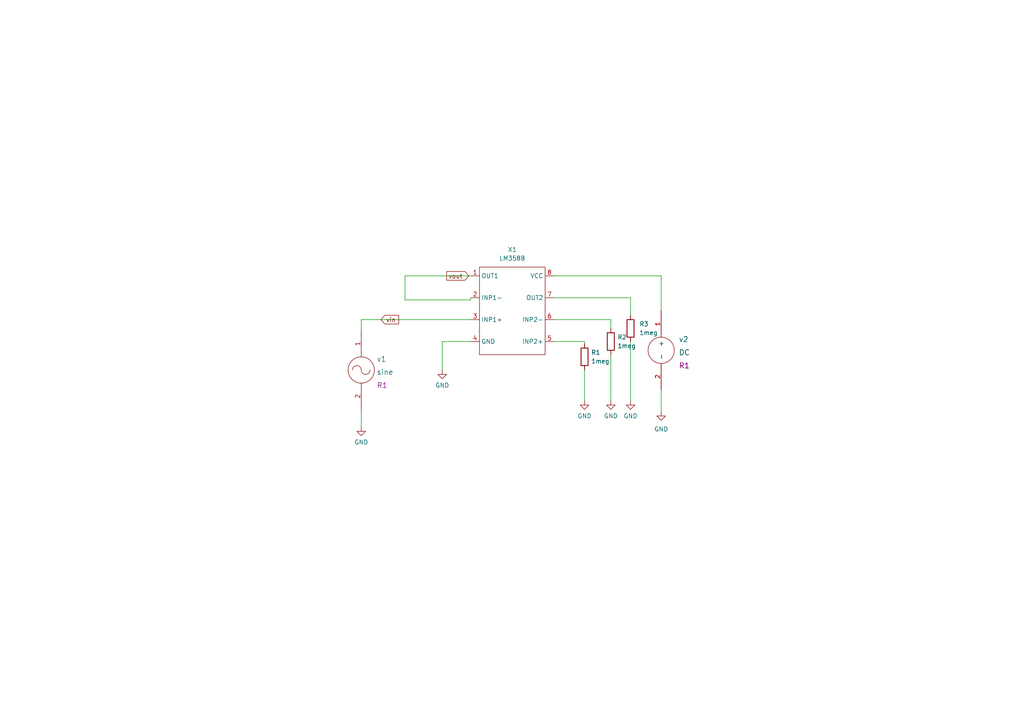
<source format=kicad_sch>
(kicad_sch (version 20211123) (generator eeschema)

  (uuid 1c9cc9a2-4262-4ab6-a8d3-0d5a1b652865)

  (paper "A4")

  (lib_symbols
    (symbol "eSim_Devices:resistor" (pin_numbers hide) (pin_names (offset 0)) (in_bom yes) (on_board yes)
      (property "Reference" "R" (id 0) (at 1.27 3.302 0)
        (effects (font (size 1.27 1.27)))
      )
      (property "Value" "resistor" (id 1) (at 1.27 -1.27 0)
        (effects (font (size 1.27 1.27)))
      )
      (property "Footprint" "" (id 2) (at 1.27 -0.508 0)
        (effects (font (size 0.762 0.762)))
      )
      (property "Datasheet" "" (id 3) (at 1.27 1.27 90)
        (effects (font (size 0.762 0.762)))
      )
      (property "ki_fp_filters" "R_* Resistor_*" (id 4) (at 0 0 0)
        (effects (font (size 1.27 1.27)) hide)
      )
      (symbol "resistor_0_1"
        (rectangle (start 3.81 0.254) (end -1.27 2.286)
          (stroke (width 0.254) (type default) (color 0 0 0 0))
          (fill (type none))
        )
      )
      (symbol "resistor_1_1"
        (pin passive line (at -2.54 1.27 0) (length 1.27)
          (name "~" (effects (font (size 1.524 1.524))))
          (number "1" (effects (font (size 1.524 1.524))))
        )
        (pin passive line (at 5.08 1.27 180) (length 1.27)
          (name "~" (effects (font (size 1.524 1.524))))
          (number "2" (effects (font (size 1.524 1.524))))
        )
      )
    )
    (symbol "eSim_Power:eSim_GND" (power) (pin_names (offset 0)) (in_bom yes) (on_board yes)
      (property "Reference" "#PWR" (id 0) (at 0 -6.35 0)
        (effects (font (size 1.27 1.27)) hide)
      )
      (property "Value" "eSim_GND" (id 1) (at 0 -3.81 0)
        (effects (font (size 1.27 1.27)))
      )
      (property "Footprint" "" (id 2) (at 0 0 0)
        (effects (font (size 1.27 1.27)) hide)
      )
      (property "Datasheet" "" (id 3) (at 0 0 0)
        (effects (font (size 1.27 1.27)) hide)
      )
      (symbol "eSim_GND_0_1"
        (polyline
          (pts
            (xy 0 0)
            (xy 0 -1.27)
            (xy 1.27 -1.27)
            (xy 0 -2.54)
            (xy -1.27 -1.27)
            (xy 0 -1.27)
          )
          (stroke (width 0) (type default) (color 0 0 0 0))
          (fill (type none))
        )
      )
      (symbol "eSim_GND_1_1"
        (pin power_in line (at 0 0 270) (length 0) hide
          (name "GND" (effects (font (size 1.27 1.27))))
          (number "1" (effects (font (size 1.27 1.27))))
        )
      )
    )
    (symbol "eSim_Sources:DC" (pin_names (offset 1.016)) (in_bom yes) (on_board yes)
      (property "Reference" "v" (id 0) (at -5.08 2.54 0)
        (effects (font (size 1.524 1.524)))
      )
      (property "Value" "DC" (id 1) (at -5.08 -1.27 0)
        (effects (font (size 1.524 1.524)))
      )
      (property "Footprint" "R1" (id 2) (at -7.62 0 0)
        (effects (font (size 1.524 1.524)))
      )
      (property "Datasheet" "" (id 3) (at 0 0 0)
        (effects (font (size 1.524 1.524)))
      )
      (property "ki_fp_filters" "1_pin" (id 4) (at 0 0 0)
        (effects (font (size 1.27 1.27)) hide)
      )
      (symbol "DC_0_1"
        (circle (center 0 0) (radius 3.81)
          (stroke (width 0) (type default) (color 0 0 0 0))
          (fill (type none))
        )
      )
      (symbol "DC_1_1"
        (pin power_out line (at 0 11.43 270) (length 7.62)
          (name "+" (effects (font (size 1.27 1.27))))
          (number "1" (effects (font (size 1.27 1.27))))
        )
        (pin power_out line (at 0 -11.43 90) (length 7.62)
          (name "-" (effects (font (size 1.27 1.27))))
          (number "2" (effects (font (size 1.27 1.27))))
        )
      )
    )
    (symbol "eSim_Sources:sine" (pin_names (offset 1.016)) (in_bom yes) (on_board yes)
      (property "Reference" "v" (id 0) (at -5.08 2.54 0)
        (effects (font (size 1.524 1.524)))
      )
      (property "Value" "sine" (id 1) (at -5.08 -1.27 0)
        (effects (font (size 1.524 1.524)))
      )
      (property "Footprint" "R1" (id 2) (at -7.62 0 0)
        (effects (font (size 1.524 1.524)))
      )
      (property "Datasheet" "" (id 3) (at 0 0 0)
        (effects (font (size 1.524 1.524)))
      )
      (property "ki_fp_filters" "1_pin" (id 4) (at 0 0 0)
        (effects (font (size 1.27 1.27)) hide)
      )
      (symbol "sine_0_1"
        (arc (start 0 0) (mid -1.27 1.27) (end -2.54 0)
          (stroke (width 0) (type default) (color 0 0 0 0))
          (fill (type none))
        )
        (arc (start 0 0) (mid 1.27 -1.27) (end 2.54 0)
          (stroke (width 0) (type default) (color 0 0 0 0))
          (fill (type none))
        )
        (circle (center 0 0) (radius 3.81)
          (stroke (width 0) (type default) (color 0 0 0 0))
          (fill (type none))
        )
      )
      (symbol "sine_1_1"
        (pin input line (at 0 11.43 270) (length 7.62)
          (name "+" (effects (font (size 0 0))))
          (number "1" (effects (font (size 1.27 1.27))))
        )
        (pin input line (at 0 -11.43 90) (length 7.62)
          (name "-" (effects (font (size 0 0))))
          (number "2" (effects (font (size 1.27 1.27))))
        )
      )
    )
    (symbol "eSim_Subckt:LM358B" (in_bom yes) (on_board yes)
      (property "Reference" "X" (id 0) (at 0 -1.27 0)
        (effects (font (size 1.27 1.27)))
      )
      (property "Value" "LM358B" (id 1) (at 0 2.54 0)
        (effects (font (size 1.27 1.27)))
      )
      (property "Footprint" "" (id 2) (at 0 0 0)
        (effects (font (size 1.27 1.27)) hide)
      )
      (property "Datasheet" "" (id 3) (at 0 0 0)
        (effects (font (size 1.27 1.27)) hide)
      )
      (symbol "LM358B_0_1"
        (rectangle (start -8.89 8.89) (end 10.16 -16.51)
          (stroke (width 0) (type default) (color 0 0 0 0))
          (fill (type none))
        )
      )
      (symbol "LM358B_1_1"
        (pin output line (at -11.43 6.35 0) (length 2.54)
          (name "OUT1" (effects (font (size 1.27 1.27))))
          (number "1" (effects (font (size 1.27 1.27))))
        )
        (pin passive line (at -11.43 0 0) (length 2.54)
          (name "INP1-" (effects (font (size 1.27 1.27))))
          (number "2" (effects (font (size 1.27 1.27))))
        )
        (pin passive line (at -11.43 -6.35 0) (length 2.54)
          (name "INP1+" (effects (font (size 1.27 1.27))))
          (number "3" (effects (font (size 1.27 1.27))))
        )
        (pin power_in line (at -11.43 -12.7 0) (length 2.54)
          (name "GND" (effects (font (size 1.27 1.27))))
          (number "4" (effects (font (size 1.27 1.27))))
        )
        (pin passive line (at 12.7 -12.7 180) (length 2.54)
          (name "INP2+" (effects (font (size 1.27 1.27))))
          (number "5" (effects (font (size 1.27 1.27))))
        )
        (pin passive line (at 12.7 -6.35 180) (length 2.54)
          (name "INP2-" (effects (font (size 1.27 1.27))))
          (number "6" (effects (font (size 1.27 1.27))))
        )
        (pin output line (at 12.7 0 180) (length 2.54)
          (name "OUT2" (effects (font (size 1.27 1.27))))
          (number "7" (effects (font (size 1.27 1.27))))
        )
        (pin power_in line (at 12.7 6.35 180) (length 2.54)
          (name "VCC" (effects (font (size 1.27 1.27))))
          (number "8" (effects (font (size 1.27 1.27))))
        )
      )
    )
  )


  (wire (pts (xy 104.775 92.71) (xy 136.525 92.71))
    (stroke (width 0) (type default) (color 0 0 0 0))
    (uuid 2d2c2751-6acc-4977-a6b3-27db5fd487da)
  )
  (wire (pts (xy 104.775 92.71) (xy 104.775 95.885))
    (stroke (width 0) (type default) (color 0 0 0 0))
    (uuid 3019c700-b1f1-4bf5-b405-4567157a4b9c)
  )
  (wire (pts (xy 191.77 90.17) (xy 191.77 80.01))
    (stroke (width 0) (type default) (color 0 0 0 0))
    (uuid 341f909e-27c1-432d-97b3-6b6479c1d14e)
  )
  (wire (pts (xy 177.165 102.87) (xy 177.165 116.205))
    (stroke (width 0) (type default) (color 0 0 0 0))
    (uuid 4063fa64-c1c7-4ccc-a734-4c8496544d94)
  )
  (wire (pts (xy 117.475 86.995) (xy 136.525 86.995))
    (stroke (width 0) (type default) (color 0 0 0 0))
    (uuid 60b00308-a65b-4b95-898e-56857f47c3fc)
  )
  (wire (pts (xy 169.545 99.06) (xy 169.545 99.695))
    (stroke (width 0) (type default) (color 0 0 0 0))
    (uuid 60bd9a83-1910-4973-acf2-e414b34baf5a)
  )
  (wire (pts (xy 177.165 92.71) (xy 177.165 95.25))
    (stroke (width 0) (type default) (color 0 0 0 0))
    (uuid 676459a4-17cc-4863-8f26-727b3315abe7)
  )
  (wire (pts (xy 160.655 86.36) (xy 182.88 86.36))
    (stroke (width 0) (type default) (color 0 0 0 0))
    (uuid 874b2dbf-ca89-4f82-8354-60cbc1e0da88)
  )
  (wire (pts (xy 104.775 118.745) (xy 104.775 123.825))
    (stroke (width 0) (type default) (color 0 0 0 0))
    (uuid 9ea6812a-7de8-43c7-83ee-a9b8945b54c3)
  )
  (wire (pts (xy 182.88 99.06) (xy 182.88 116.205))
    (stroke (width 0) (type default) (color 0 0 0 0))
    (uuid acbda1cb-9280-47ae-8a25-6c636a460e0e)
  )
  (wire (pts (xy 191.77 113.03) (xy 191.77 119.38))
    (stroke (width 0) (type default) (color 0 0 0 0))
    (uuid b3c5bcda-1609-4ef7-a22b-7b5e83b0dca3)
  )
  (wire (pts (xy 191.77 80.01) (xy 160.655 80.01))
    (stroke (width 0) (type default) (color 0 0 0 0))
    (uuid b5a4a596-c371-4225-9c3d-4e2c330b5172)
  )
  (wire (pts (xy 182.88 86.36) (xy 182.88 91.44))
    (stroke (width 0) (type default) (color 0 0 0 0))
    (uuid d0b079f7-8f14-4522-a345-5d1d70f9b744)
  )
  (wire (pts (xy 160.655 92.71) (xy 177.165 92.71))
    (stroke (width 0) (type default) (color 0 0 0 0))
    (uuid d100e527-9074-4122-b4b9-3f8915a59590)
  )
  (wire (pts (xy 136.525 86.995) (xy 136.525 86.36))
    (stroke (width 0) (type default) (color 0 0 0 0))
    (uuid d1eedbbd-4ae5-4b51-8580-770430ae7824)
  )
  (wire (pts (xy 128.27 107.315) (xy 128.27 99.06))
    (stroke (width 0) (type default) (color 0 0 0 0))
    (uuid d500d0e9-ee75-4516-9ae9-ef628a875f82)
  )
  (wire (pts (xy 117.475 80.01) (xy 136.525 80.01))
    (stroke (width 0) (type default) (color 0 0 0 0))
    (uuid dad1f838-a5d2-4fe0-bba8-6e2696689624)
  )
  (wire (pts (xy 117.475 86.995) (xy 117.475 80.01))
    (stroke (width 0) (type default) (color 0 0 0 0))
    (uuid e5602ba6-3714-47db-a616-a6d29fab21c3)
  )
  (wire (pts (xy 160.655 99.06) (xy 169.545 99.06))
    (stroke (width 0) (type default) (color 0 0 0 0))
    (uuid ec81bfa1-eb09-4676-8352-87be12f3e6ea)
  )
  (wire (pts (xy 128.27 99.06) (xy 136.525 99.06))
    (stroke (width 0) (type default) (color 0 0 0 0))
    (uuid fe2f5d6e-b1a4-46ca-abb4-d5e89da55972)
  )
  (wire (pts (xy 169.545 107.315) (xy 169.545 116.205))
    (stroke (width 0) (type default) (color 0 0 0 0))
    (uuid ff37a52c-b6fc-48fb-96ea-809aae72dfd3)
  )

  (global_label "vout" (shape output) (at 129.54 80.01 0) (fields_autoplaced)
    (effects (font (size 1.27 1.27)) (justify left))
    (uuid d38a5a95-09fb-4320-a6d2-9eb29e5d78d7)
    (property "Intersheet References" "${INTERSHEET_REFS}" (id 0) (at 135.9445 79.9306 0)
      (effects (font (size 1.27 1.27)) (justify left) hide)
    )
  )
  (global_label "vin" (shape input) (at 110.49 92.71 0) (fields_autoplaced)
    (effects (font (size 1.27 1.27)) (justify left))
    (uuid dca59623-7f38-4674-9ea1-a816a878b8a5)
    (property "Intersheet References" "${INTERSHEET_REFS}" (id 0) (at 115.6245 92.6306 0)
      (effects (font (size 1.27 1.27)) (justify left) hide)
    )
  )

  (symbol (lib_id "eSim_Power:eSim_GND") (at 104.775 123.825 0) (unit 1)
    (in_bom yes) (on_board yes) (fields_autoplaced)
    (uuid 081fb5a4-a8fd-4346-8a37-279cb7a50f7a)
    (property "Reference" "#PWR01" (id 0) (at 104.775 130.175 0)
      (effects (font (size 1.27 1.27)) hide)
    )
    (property "Value" "eSim_GND" (id 1) (at 104.775 128.27 0))
    (property "Footprint" "" (id 2) (at 104.775 123.825 0)
      (effects (font (size 1.27 1.27)) hide)
    )
    (property "Datasheet" "" (id 3) (at 104.775 123.825 0)
      (effects (font (size 1.27 1.27)) hide)
    )
    (pin "1" (uuid f3077c25-51f0-492a-832e-94dbbbbf253c))
  )

  (symbol (lib_id "eSim_Sources:sine") (at 104.775 107.315 0) (unit 1)
    (in_bom yes) (on_board yes) (fields_autoplaced)
    (uuid 38301c00-b16a-4c3b-8534-90223524f348)
    (property "Reference" "v1" (id 0) (at 109.22 104.14 0)
      (effects (font (size 1.524 1.524)) (justify left))
    )
    (property "Value" "sine" (id 1) (at 109.22 107.95 0)
      (effects (font (size 1.524 1.524)) (justify left))
    )
    (property "Footprint" "R1" (id 2) (at 109.22 111.76 0)
      (effects (font (size 1.524 1.524)) (justify left))
    )
    (property "Datasheet" "" (id 3) (at 104.775 107.315 0)
      (effects (font (size 1.524 1.524)))
    )
    (property "Spice_Primitive" "V" (id 4) (at 104.775 107.315 0)
      (effects (font (size 1.27 1.27)) hide)
    )
    (property "Spice_Model" "sin(2.5 1.0 1k)" (id 5) (at 104.775 107.315 0)
      (effects (font (size 1.27 1.27)) hide)
    )
    (property "Spice_Netlist_Enabled" "Y" (id 6) (at 104.775 107.315 0)
      (effects (font (size 1.27 1.27)) hide)
    )
    (pin "1" (uuid ceec5cc3-c6f5-42a5-9d55-6315e31a2b0d))
    (pin "2" (uuid ff00b1bc-bc4f-4cd7-a5bf-fc457bc79d00))
  )

  (symbol (lib_id "eSim_Devices:resistor") (at 178.435 100.33 90) (unit 1)
    (in_bom yes) (on_board yes) (fields_autoplaced)
    (uuid 3c3c13ac-3a46-42da-994e-a6e40c390269)
    (property "Reference" "R2" (id 0) (at 179.07 97.7899 90)
      (effects (font (size 1.27 1.27)) (justify right))
    )
    (property "Value" "1meg" (id 1) (at 179.07 100.3299 90)
      (effects (font (size 1.27 1.27)) (justify right))
    )
    (property "Footprint" "" (id 2) (at 178.943 99.06 0)
      (effects (font (size 0.762 0.762)))
    )
    (property "Datasheet" "" (id 3) (at 177.165 99.06 90)
      (effects (font (size 0.762 0.762)))
    )
    (property "Spice_Primitive" "R" (id 4) (at 178.435 100.33 0)
      (effects (font (size 1.27 1.27)) hide)
    )
    (property "Spice_Model" "1meg" (id 5) (at 178.435 100.33 0)
      (effects (font (size 1.27 1.27)) hide)
    )
    (property "Spice_Netlist_Enabled" "Y" (id 6) (at 178.435 100.33 0)
      (effects (font (size 1.27 1.27)) hide)
    )
    (pin "1" (uuid 7d95b64b-6ce2-49b7-8115-a1c3db2ad5fc))
    (pin "2" (uuid 879c40e9-2c40-43ad-a935-14d041ddc19f))
  )

  (symbol (lib_id "eSim_Power:eSim_GND") (at 169.545 116.205 0) (unit 1)
    (in_bom yes) (on_board yes) (fields_autoplaced)
    (uuid 5489a211-00c2-4298-9bbb-fc7ff5b9f143)
    (property "Reference" "#PWR02" (id 0) (at 169.545 122.555 0)
      (effects (font (size 1.27 1.27)) hide)
    )
    (property "Value" "eSim_GND" (id 1) (at 169.545 120.65 0))
    (property "Footprint" "" (id 2) (at 169.545 116.205 0)
      (effects (font (size 1.27 1.27)) hide)
    )
    (property "Datasheet" "" (id 3) (at 169.545 116.205 0)
      (effects (font (size 1.27 1.27)) hide)
    )
    (pin "1" (uuid 468471e8-e8bb-4ea4-a5e5-5e142125fec6))
  )

  (symbol (lib_id "eSim_Power:eSim_GND") (at 182.88 116.205 0) (unit 1)
    (in_bom yes) (on_board yes) (fields_autoplaced)
    (uuid 5679069d-b130-45e0-8d44-8edf4dc30c3f)
    (property "Reference" "#PWR06" (id 0) (at 182.88 122.555 0)
      (effects (font (size 1.27 1.27)) hide)
    )
    (property "Value" "eSim_GND" (id 1) (at 182.88 120.65 0))
    (property "Footprint" "" (id 2) (at 182.88 116.205 0)
      (effects (font (size 1.27 1.27)) hide)
    )
    (property "Datasheet" "" (id 3) (at 182.88 116.205 0)
      (effects (font (size 1.27 1.27)) hide)
    )
    (pin "1" (uuid 2c6254aa-ec18-4cf4-8b13-acba7397ea70))
  )

  (symbol (lib_id "eSim_Power:eSim_GND") (at 191.77 119.38 0) (unit 1)
    (in_bom yes) (on_board yes) (fields_autoplaced)
    (uuid 5ca17f94-ba60-4343-ac14-49b67afe41f5)
    (property "Reference" "#PWR04" (id 0) (at 191.77 125.73 0)
      (effects (font (size 1.27 1.27)) hide)
    )
    (property "Value" "eSim_GND" (id 1) (at 191.77 124.46 0))
    (property "Footprint" "" (id 2) (at 191.77 119.38 0)
      (effects (font (size 1.27 1.27)) hide)
    )
    (property "Datasheet" "" (id 3) (at 191.77 119.38 0)
      (effects (font (size 1.27 1.27)) hide)
    )
    (pin "1" (uuid e9443993-ab3f-4108-aa67-cf4b47d384a3))
  )

  (symbol (lib_id "eSim_Devices:resistor") (at 170.815 104.775 90) (unit 1)
    (in_bom yes) (on_board yes) (fields_autoplaced)
    (uuid 68ac563b-8c0c-4aa5-891c-41960bbcbcb7)
    (property "Reference" "R1" (id 0) (at 171.45 102.2349 90)
      (effects (font (size 1.27 1.27)) (justify right))
    )
    (property "Value" "1meg" (id 1) (at 171.45 104.7749 90)
      (effects (font (size 1.27 1.27)) (justify right))
    )
    (property "Footprint" "" (id 2) (at 171.323 103.505 0)
      (effects (font (size 0.762 0.762)))
    )
    (property "Datasheet" "" (id 3) (at 169.545 103.505 90)
      (effects (font (size 0.762 0.762)))
    )
    (property "Spice_Primitive" "R" (id 4) (at 170.815 104.775 0)
      (effects (font (size 1.27 1.27)) hide)
    )
    (property "Spice_Model" "1meg" (id 5) (at 170.815 104.775 0)
      (effects (font (size 1.27 1.27)) hide)
    )
    (property "Spice_Netlist_Enabled" "Y" (id 6) (at 170.815 104.775 0)
      (effects (font (size 1.27 1.27)) hide)
    )
    (pin "1" (uuid fa2b7422-e5cf-481c-97f3-21ac97c57e61))
    (pin "2" (uuid 58f69240-d654-4795-b61a-3bf81033e26b))
  )

  (symbol (lib_id "eSim_Power:eSim_GND") (at 128.27 107.315 0) (unit 1)
    (in_bom yes) (on_board yes) (fields_autoplaced)
    (uuid 6c999297-f94b-479b-a31e-9dfec55d98f3)
    (property "Reference" "#PWR03" (id 0) (at 128.27 113.665 0)
      (effects (font (size 1.27 1.27)) hide)
    )
    (property "Value" "eSim_GND" (id 1) (at 128.27 111.76 0))
    (property "Footprint" "" (id 2) (at 128.27 107.315 0)
      (effects (font (size 1.27 1.27)) hide)
    )
    (property "Datasheet" "" (id 3) (at 128.27 107.315 0)
      (effects (font (size 1.27 1.27)) hide)
    )
    (pin "1" (uuid 188a4937-b94e-41e9-9d75-1bbca1aa1631))
  )

  (symbol (lib_id "eSim_Power:eSim_GND") (at 177.165 116.205 0) (unit 1)
    (in_bom yes) (on_board yes) (fields_autoplaced)
    (uuid 843234b4-58ff-4bcc-b466-22fc09289ae1)
    (property "Reference" "#PWR05" (id 0) (at 177.165 122.555 0)
      (effects (font (size 1.27 1.27)) hide)
    )
    (property "Value" "eSim_GND" (id 1) (at 177.165 120.65 0))
    (property "Footprint" "" (id 2) (at 177.165 116.205 0)
      (effects (font (size 1.27 1.27)) hide)
    )
    (property "Datasheet" "" (id 3) (at 177.165 116.205 0)
      (effects (font (size 1.27 1.27)) hide)
    )
    (pin "1" (uuid 8fe71ced-2fbe-459c-bf0c-6730c4ef6aef))
  )

  (symbol (lib_id "eSim_Sources:DC") (at 191.77 101.6 0) (unit 1)
    (in_bom yes) (on_board yes) (fields_autoplaced)
    (uuid 97d2a478-d545-4f5c-a1c1-d1500501224b)
    (property "Reference" "v2" (id 0) (at 196.85 98.425 0)
      (effects (font (size 1.524 1.524)) (justify left))
    )
    (property "Value" "DC" (id 1) (at 196.85 102.235 0)
      (effects (font (size 1.524 1.524)) (justify left))
    )
    (property "Footprint" "R1" (id 2) (at 196.85 106.045 0)
      (effects (font (size 1.524 1.524)) (justify left))
    )
    (property "Datasheet" "" (id 3) (at 191.77 101.6 0)
      (effects (font (size 1.524 1.524)))
    )
    (pin "1" (uuid d8cd13d0-9145-48fe-9a8f-2ee9225104b7))
    (pin "2" (uuid ce6fca88-8dde-4e36-8a2f-91f3b1aa180c))
  )

  (symbol (lib_id "eSim_Devices:resistor") (at 184.15 96.52 90) (unit 1)
    (in_bom yes) (on_board yes) (fields_autoplaced)
    (uuid bc1c806d-f9d2-42ef-8378-93f3d9a7ca89)
    (property "Reference" "R3" (id 0) (at 185.42 93.9799 90)
      (effects (font (size 1.27 1.27)) (justify right))
    )
    (property "Value" "1meg" (id 1) (at 185.42 96.5199 90)
      (effects (font (size 1.27 1.27)) (justify right))
    )
    (property "Footprint" "" (id 2) (at 184.658 95.25 0)
      (effects (font (size 0.762 0.762)))
    )
    (property "Datasheet" "" (id 3) (at 182.88 95.25 90)
      (effects (font (size 0.762 0.762)))
    )
    (property "Spice_Primitive" "R" (id 4) (at 184.15 96.52 0)
      (effects (font (size 1.27 1.27)) hide)
    )
    (property "Spice_Model" "1meg" (id 5) (at 184.15 96.52 0)
      (effects (font (size 1.27 1.27)) hide)
    )
    (property "Spice_Netlist_Enabled" "Y" (id 6) (at 184.15 96.52 0)
      (effects (font (size 1.27 1.27)) hide)
    )
    (pin "1" (uuid 7ad483f2-5589-4b18-aaba-9061db526c3b))
    (pin "2" (uuid 4a74f683-c2f1-4d15-8514-521e6c6e4740))
  )

  (symbol (lib_id "eSim_Subckt:LM358B") (at 147.955 86.36 0) (unit 1)
    (in_bom yes) (on_board yes) (fields_autoplaced)
    (uuid e8b620cb-d270-4b83-b8a0-f3c0b7d87d66)
    (property "Reference" "X1" (id 0) (at 148.59 72.39 0))
    (property "Value" "LM358B" (id 1) (at 148.59 74.93 0))
    (property "Footprint" "" (id 2) (at 147.955 86.36 0)
      (effects (font (size 1.27 1.27)) hide)
    )
    (property "Datasheet" "" (id 3) (at 147.955 86.36 0)
      (effects (font (size 1.27 1.27)) hide)
    )
    (pin "1" (uuid 42722bb2-0c32-4ab1-9428-4a992dd19bfa))
    (pin "2" (uuid 0c7e3b12-becd-4170-a1f1-89e28df18e08))
    (pin "3" (uuid 0610cabc-e889-4895-aa70-b4291235c81b))
    (pin "4" (uuid ab1f8f3e-cbd0-4eeb-b6a2-f7266e5fea40))
    (pin "5" (uuid bf88448f-4f8f-4e21-80b6-5039d818f546))
    (pin "6" (uuid b176ec71-500f-419c-81f0-1d632e00323c))
    (pin "7" (uuid 1f1126ea-0dd4-439a-8e1d-80058ceb1f79))
    (pin "8" (uuid 6aebfc16-6813-4783-9ce8-8450c39e5c41))
  )

  (sheet_instances
    (path "/" (page "1"))
  )

  (symbol_instances
    (path "/081fb5a4-a8fd-4346-8a37-279cb7a50f7a"
      (reference "#PWR01") (unit 1) (value "eSim_GND") (footprint "")
    )
    (path "/5489a211-00c2-4298-9bbb-fc7ff5b9f143"
      (reference "#PWR02") (unit 1) (value "eSim_GND") (footprint "")
    )
    (path "/6c999297-f94b-479b-a31e-9dfec55d98f3"
      (reference "#PWR03") (unit 1) (value "eSim_GND") (footprint "")
    )
    (path "/5ca17f94-ba60-4343-ac14-49b67afe41f5"
      (reference "#PWR04") (unit 1) (value "eSim_GND") (footprint "")
    )
    (path "/843234b4-58ff-4bcc-b466-22fc09289ae1"
      (reference "#PWR05") (unit 1) (value "eSim_GND") (footprint "")
    )
    (path "/5679069d-b130-45e0-8d44-8edf4dc30c3f"
      (reference "#PWR06") (unit 1) (value "eSim_GND") (footprint "")
    )
    (path "/68ac563b-8c0c-4aa5-891c-41960bbcbcb7"
      (reference "R1") (unit 1) (value "1meg") (footprint "")
    )
    (path "/3c3c13ac-3a46-42da-994e-a6e40c390269"
      (reference "R2") (unit 1) (value "1meg") (footprint "")
    )
    (path "/bc1c806d-f9d2-42ef-8378-93f3d9a7ca89"
      (reference "R3") (unit 1) (value "1meg") (footprint "")
    )
    (path "/e8b620cb-d270-4b83-b8a0-f3c0b7d87d66"
      (reference "X1") (unit 1) (value "LM358B") (footprint "")
    )
    (path "/38301c00-b16a-4c3b-8534-90223524f348"
      (reference "v1") (unit 1) (value "sine") (footprint "R1")
    )
    (path "/97d2a478-d545-4f5c-a1c1-d1500501224b"
      (reference "v2") (unit 1) (value "DC") (footprint "R1")
    )
  )
)

</source>
